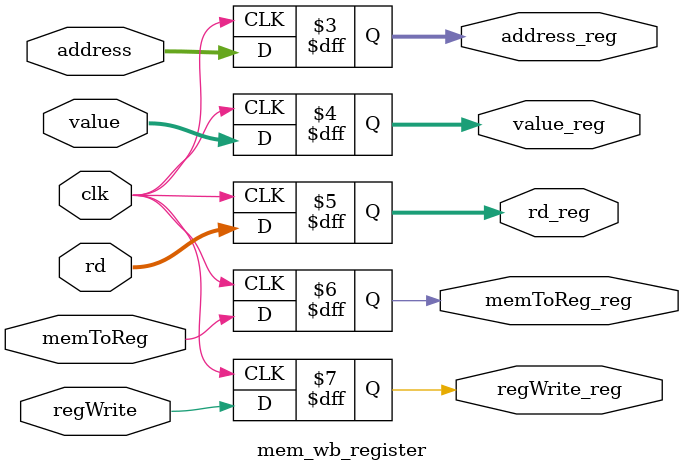
<source format=v>
module mem_wb_register (
    input clk,
    input [63:0] address,
    input [63:0] value,
    input [4:0] rd,
    input memToReg,
    input regWrite,

    output reg [63:0] address_reg,
    output reg [63:0] value_reg,
    output reg [4:0] rd_reg,
    output reg memToReg_reg,
    output reg regWrite_reg
);

    initial begin
        address_reg = 0;
        value_reg = 0;
        rd_reg = 0;
        memToReg_reg = 0;
        regWrite_reg = 0;
    end
    
    always @(posedge clk) begin
        address_reg <= address;
        value_reg <= value;
        rd_reg <= rd;
        memToReg_reg <= memToReg;
        regWrite_reg <= regWrite;
    end
endmodule
</source>
